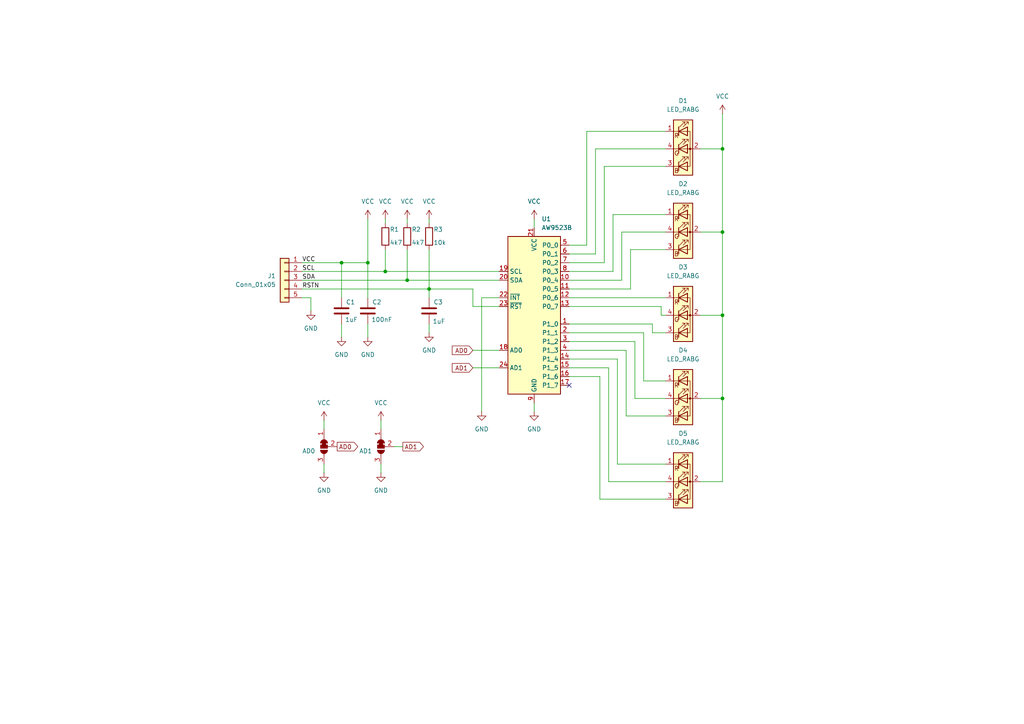
<source format=kicad_sch>
(kicad_sch (version 20250114) (generator "eeschema") (generator_version "9.0")
  (paper "A4")
  (title_block (title "${TITLE}") (rev "${REVISION}") (company "${COMPANY}") (comment 1 "${AUTHOR}") (comment 2 "${AUTHOR_EMAIL}") (comment 3 "${URL}"))
  (lib_symbols
    (symbol "Connector_Generic:Conn_01x05" (pin_names (offset 1.016) (hide yes))
      (property "Reference" "J" (at 0 7.62 0))
      (property "Value" "Conn_01x05" (at 0 -7.62 0))
      (symbol "Conn_01x05_1_1"
        (rectangle (start -1.27 6.35) (end 1.27 -6.35) (stroke (width 0.254)) (fill (type background)))
        (rectangle (start -1.27 5.207) (end 0 4.953) (stroke (width 0.1524)))
        (rectangle (start -1.27 2.667) (end 0 2.413) (stroke (width 0.1524)))
        (rectangle (start -1.27 0.127) (end 0 -0.127) (stroke (width 0.1524)))
        (rectangle (start -1.27 -2.413) (end 0 -2.667) (stroke (width 0.1524)))
        (rectangle (start -1.27 -4.953) (end 0 -5.207) (stroke (width 0.1524)))
        (pin passive line (at -5.08 5.08 0) (length 3.81) (name "Pin_1") (number "1"))
        (pin passive line (at -5.08 2.54 0) (length 3.81) (name "Pin_2") (number "2"))
        (pin passive line (at -5.08 0 0) (length 3.81) (name "Pin_3") (number "3"))
        (pin passive line (at -5.08 -2.54 0) (length 3.81) (name "Pin_4") (number "4"))
        (pin passive line (at -5.08 -5.08 0) (length 3.81) (name "Pin_5") (number "5"))
      )
    )
    (symbol "Device:C" (pin_numbers (hide yes)) (pin_names (offset 0.254))
      (property "Reference" "C" (at 0.635 2.54 0))
      (property "Value" "C" (at 0.635 -2.54 0))
      (symbol "C_0_1"
        (polyline (pts (xy -2.032 0.762) (xy 2.032 0.762)) (stroke (width 0.508)))
        (polyline (pts (xy -2.032 -0.762) (xy 2.032 -0.762)) (stroke (width 0.508)))
      )
      (symbol "C_1_1"
        (pin passive line (at 0 3.81 270) (length 2.794) (name "~") (number "1"))
        (pin passive line (at 0 -3.81 90) (length 2.794) (name "~") (number "2"))
      )
    )
    (symbol "Device:LED_RABG" (pin_names (offset 0) (hide yes))
      (property "Reference" "D" (at 0 9.398 0))
      (property "Value" "LED_RABG" (at 0 -8.89 0))
      (symbol "LED_RABG_0_0"
        (text "R" (at -1.905 3.81 0) (effects (font (size 1.27 1.27))))
        (text "G" (at -1.905 -1.27 0) (effects (font (size 1.27 1.27))))
        (text "B" (at -1.905 -6.35 0) (effects (font (size 1.27 1.27))))
      )
      (symbol "LED_RABG_0_1"
        (polyline (pts (xy -1.27 6.35) (xy -1.27 3.81)) (stroke (width 0.254)))
        (polyline (pts (xy -1.27 6.35) (xy -1.27 3.81) (xy -1.27 3.81)))
        (polyline (pts (xy -1.27 5.08) (xy -2.54 5.08)))
        (polyline (pts (xy -1.27 5.08) (xy 1.27 5.08)))
        (polyline (pts (xy -1.27 1.27) (xy -1.27 -1.27)) (stroke (width 0.254)))
        (polyline (pts (xy -1.27 1.27) (xy -1.27 -1.27) (xy -1.27 -1.27)))
        (polyline (pts (xy -1.27 0) (xy -2.54 0)))
        (polyline (pts (xy -1.27 -3.81) (xy -1.27 -6.35)) (stroke (width 0.254)))
        (polyline (pts (xy -1.27 -5.08) (xy -2.54 -5.08)))
        (polyline (pts (xy -1.27 -5.08) (xy 1.27 -5.08)))
        (polyline (pts (xy -1.016 6.35) (xy 0.508 7.874) (xy -0.254 7.874) (xy 0.508 7.874) (xy 0.508 7.112)))
        (polyline (pts (xy -1.016 1.27) (xy 0.508 2.794) (xy -0.254 2.794) (xy 0.508 2.794) (xy 0.508 2.032)))
        (polyline (pts (xy -1.016 -3.81) (xy 0.508 -2.286) (xy -0.254 -2.286) (xy 0.508 -2.286) (xy 0.508 -3.048)))
        (polyline (pts (xy 0 6.35) (xy 1.524 7.874) (xy 0.762 7.874) (xy 1.524 7.874) (xy 1.524 7.112)))
        (polyline (pts (xy 0 1.27) (xy 1.524 2.794) (xy 0.762 2.794) (xy 1.524 2.794) (xy 1.524 2.032)))
        (polyline (pts (xy 0 -3.81) (xy 1.524 -2.286) (xy 0.762 -2.286) (xy 1.524 -2.286) (xy 1.524 -3.048)))
        (polyline (pts (xy 1.27 6.35) (xy 1.27 3.81) (xy -1.27 5.08) (xy 1.27 6.35)) (stroke (width 0.254)))
        (rectangle (start 1.27 6.35) (end 1.27 6.35))
        (rectangle (start 1.27 3.81) (end 1.27 6.35))
        (polyline (pts (xy 1.27 1.27) (xy 1.27 -1.27) (xy -1.27 0) (xy 1.27 1.27)) (stroke (width 0.254)))
        (rectangle (start 1.27 1.27) (end 1.27 1.27))
        (polyline (pts (xy 1.27 0) (xy -1.27 0)))
        (polyline (pts (xy 1.27 0) (xy 2.54 0)))
        (rectangle (start 1.27 -1.27) (end 1.27 1.27))
        (polyline (pts (xy 1.27 -3.81) (xy 1.27 -6.35) (xy -1.27 -5.08) (xy 1.27 -3.81)) (stroke (width 0.254)))
        (polyline (pts (xy 1.27 -5.08) (xy 2.032 -5.08) (xy 2.032 5.08) (xy 1.27 5.08)))
        (circle (center 2.032 0) (radius 0.254) (fill (type outline)))
        (rectangle (start 2.794 8.382) (end -2.794 -7.62) (stroke (width 0.254)) (fill (type background)))
      )
      (symbol "LED_RABG_1_1"
        (pin passive line (at -5.08 5.08 0) (length 2.54) (name "RK") (number "1"))
        (pin passive line (at -5.08 0 0) (length 2.54) (name "GK") (number "4"))
        (pin passive line (at -5.08 -5.08 0) (length 2.54) (name "BK") (number "3"))
        (pin passive line (at 5.08 0 180) (length 2.54) (name "A") (number "2"))
      )
    )
    (symbol "Device:R" (pin_numbers (hide yes)) (pin_names (offset 0))
      (property "Reference" "R" (at 2.032 0 90))
      (property "Value" "R" (at 0 0 90))
      (symbol "R_0_1"
        (rectangle (start -1.016 -2.54) (end 1.016 2.54) (stroke (width 0.254)))
      )
      (symbol "R_1_1"
        (pin passive line (at 0 3.81 270) (length 1.27) (name "~") (number "1"))
        (pin passive line (at 0 -3.81 90) (length 1.27) (name "~") (number "2"))
      )
    )
    (symbol "Interface_Expansion:AW9523B"
      (property "Reference" "U" (at -5.08 26.67 0))
      (property "Value" "AW9523B" (at 6.35 26.67 0))
      (symbol "AW9523B_1_1"
        (rectangle (start -7.62 22.86) (end 7.62 -22.86) (stroke (width 0.254)) (fill (type background)))
        (pin input line (at -10.16 12.7 0) (length 2.54) (name "SCL") (number "19"))
        (pin bidirectional line (at -10.16 10.16 0) (length 2.54) (name "SDA") (number "20"))
        (pin open_collector line (at -10.16 5.08 0) (length 2.54) (name "~{INT}") (number "22"))
        (pin input line (at -10.16 2.54 0) (length 2.54) (name "~{RST}") (number "23"))
        (pin input line (at -10.16 -10.16 0) (length 2.54) (name "AD0") (number "18"))
        (pin input line (at -10.16 -15.24 0) (length 2.54) (name "AD1") (number "24"))
        (pin power_in line (at 0 25.4 270) (length 2.54) (name "VCC") (number "21"))
        (pin passive line (at 0 -25.4 90) (length 2.54) (hide yes) (name "GND") (number "25"))
        (pin power_in line (at 0 -25.4 90) (length 2.54) (name "GND") (number "9"))
        (pin bidirectional line (at 10.16 20.32 180) (length 2.54) (name "P0_0") (number "5"))
        (pin bidirectional line (at 10.16 17.78 180) (length 2.54) (name "P0_1") (number "6"))
        (pin bidirectional line (at 10.16 15.24 180) (length 2.54) (name "P0_2") (number "7"))
        (pin bidirectional line (at 10.16 12.7 180) (length 2.54) (name "P0_3") (number "8"))
        (pin bidirectional line (at 10.16 10.16 180) (length 2.54) (name "P0_4") (number "10"))
        (pin bidirectional line (at 10.16 7.62 180) (length 2.54) (name "P0_5") (number "11"))
        (pin bidirectional line (at 10.16 5.08 180) (length 2.54) (name "P0_6") (number "12"))
        (pin bidirectional line (at 10.16 2.54 180) (length 2.54) (name "P0_7") (number "13"))
        (pin bidirectional line (at 10.16 -2.54 180) (length 2.54) (name "P1_0") (number "1"))
        (pin bidirectional line (at 10.16 -5.08 180) (length 2.54) (name "P1_1") (number "2"))
        (pin bidirectional line (at 10.16 -7.62 180) (length 2.54) (name "P1_2") (number "3"))
        (pin bidirectional line (at 10.16 -10.16 180) (length 2.54) (name "P1_3") (number "4"))
        (pin bidirectional line (at 10.16 -12.7 180) (length 2.54) (name "P1_4") (number "14"))
        (pin bidirectional line (at 10.16 -15.24 180) (length 2.54) (name "P1_5") (number "15"))
        (pin bidirectional line (at 10.16 -17.78 180) (length 2.54) (name "P1_6") (number "16"))
        (pin bidirectional line (at 10.16 -20.32 180) (length 2.54) (name "P1_7") (number "17"))
      )
    )
    (symbol "Jumper:SolderJumper_3_Bridged12" (pin_names (offset 0) (hide yes)) (in_bom no)
      (property "Reference" "JP" (at -2.54 -2.54 0))
      (property "Value" "SolderJumper_3_Bridged12" (at 0 2.794 0))
      (symbol "SolderJumper_3_Bridged12_0_1"
        (polyline (pts (xy -2.54 0) (xy -2.032 0)))
        (polyline (pts (xy -1.016 1.016) (xy -1.016 -1.016)))
        (rectangle (start -1.016 0.508) (end -0.508 -0.508) (fill (type outline)))
        (arc (start -1.016 -1.016) (mid -2.0276 0) (end -1.016 1.016))
        (arc (start -1.016 -1.016) (mid -2.0276 0) (end -1.016 1.016) (fill (type outline)))
        (rectangle (start -0.508 1.016) (end 0.508 -1.016) (fill (type outline)))
        (polyline (pts (xy 0 -1.27) (xy 0 -1.016)))
        (arc (start 1.016 1.016) (mid 2.0276 0) (end 1.016 -1.016))
        (arc (start 1.016 1.016) (mid 2.0276 0) (end 1.016 -1.016) (fill (type outline)))
        (polyline (pts (xy 1.016 1.016) (xy 1.016 -1.016)))
        (polyline (pts (xy 2.54 0) (xy 2.032 0)))
      )
      (symbol "SolderJumper_3_Bridged12_1_1"
        (pin passive line (at -5.08 0 0) (length 2.54) (name "A") (number "1"))
        (pin passive line (at 0 -3.81 90) (length 2.54) (name "C") (number "2"))
        (pin passive line (at 5.08 0 180) (length 2.54) (name "B") (number "3"))
      )
    )
    (symbol "power:GND" (power) (pin_numbers (hide yes)) (pin_names (offset 0) (hide yes))
      (property "Value" "GND" (at 0 -3.81 0))
      (symbol "GND_0_1"
        (polyline (pts (xy 0 0) (xy 0 -1.27) (xy 1.27 -1.27) (xy 0 -2.54) (xy -1.27 -1.27) (xy 0 -1.27)))
      )
      (symbol "GND_1_1"
        (pin power_in line (at 0 0 270) (length 0) (name "~") (number "1"))
      )
    )
    (symbol "power:VCC" (power) (pin_numbers (hide yes)) (pin_names (offset 0) (hide yes))
      (property "Value" "VCC" (at 0 3.556 0))
      (symbol "VCC_0_1"
        (polyline (pts (xy -0.762 1.27) (xy 0 2.54)))
        (polyline (pts (xy 0 2.54) (xy 0.762 1.27)))
        (polyline (pts (xy 0 0) (xy 0 2.54)))
      )
      (symbol "VCC_1_1"
        (pin power_in line (at 0 0 90) (length 0) (name "~") (number "1"))
      )
    )
  )
  (junction (at 209.55 43.18))
  (junction (at 209.55 91.44))
  (junction (at 209.55 67.31))
  (junction (at 111.76 78.74))
  (junction (at 209.55 115.57))
  (junction (at 106.68 76.2))
  (junction (at 99.06 76.2))
  (junction (at 124.46 83.82))
  (junction (at 118.11 81.28))
  (no_connect (at 165.1 111.76))
  (wire (pts (xy 193.04 139.7) (xy 176.53 139.7)))
  (wire (pts (xy 99.06 93.98) (xy 99.06 97.79)))
  (wire (pts (xy 170.18 71.12) (xy 170.18 38.1)))
  (wire (pts (xy 186.69 110.49) (xy 186.69 96.52)))
  (wire (pts (xy 118.11 63.5) (xy 118.11 64.77)))
  (wire (pts (xy 99.06 76.2) (xy 99.06 86.36)))
  (wire (pts (xy 193.04 144.78) (xy 173.99 144.78)))
  (wire (pts (xy 193.04 110.49) (xy 186.69 110.49)))
  (wire (pts (xy 116.84 129.54) (xy 114.3 129.54)))
  (wire (pts (xy 111.76 78.74) (xy 144.78 78.74)))
  (wire (pts (xy 184.15 99.06) (xy 165.1 99.06)))
  (wire (pts (xy 165.1 88.9) (xy 191.77 88.9)))
  (wire (pts (xy 203.2 67.31) (xy 209.55 67.31)))
  (wire (pts (xy 165.1 86.36) (xy 193.04 86.36)))
  (wire (pts (xy 93.98 121.92) (xy 93.98 124.46)))
  (wire (pts (xy 165.1 93.98) (xy 189.23 93.98)))
  (wire (pts (xy 87.63 76.2) (xy 99.06 76.2)))
  (wire (pts (xy 209.55 115.57) (xy 209.55 139.7)))
  (wire (pts (xy 99.06 76.2) (xy 106.68 76.2)))
  (wire (pts (xy 203.2 43.18) (xy 209.55 43.18)))
  (wire (pts (xy 191.77 91.44) (xy 193.04 91.44)))
  (wire (pts (xy 179.07 104.14) (xy 165.1 104.14)))
  (wire (pts (xy 175.26 48.26) (xy 193.04 48.26)))
  (wire (pts (xy 87.63 81.28) (xy 118.11 81.28)))
  (wire (pts (xy 209.55 33.02) (xy 209.55 43.18)))
  (wire (pts (xy 203.2 91.44) (xy 209.55 91.44)))
  (wire (pts (xy 93.98 137.16) (xy 93.98 134.62)))
  (wire (pts (xy 124.46 63.5) (xy 124.46 64.77)))
  (wire (pts (xy 193.04 120.65) (xy 181.61 120.65)))
  (wire (pts (xy 106.68 63.5) (xy 106.68 76.2)))
  (wire (pts (xy 165.1 81.28) (xy 180.34 81.28)))
  (wire (pts (xy 90.17 86.36) (xy 90.17 90.17)))
  (wire (pts (xy 87.63 83.82) (xy 124.46 83.82)))
  (wire (pts (xy 172.72 43.18) (xy 193.04 43.18)))
  (wire (pts (xy 177.8 78.74) (xy 177.8 62.23)))
  (wire (pts (xy 182.88 72.39) (xy 193.04 72.39)))
  (wire (pts (xy 165.1 78.74) (xy 177.8 78.74)))
  (wire (pts (xy 87.63 78.74) (xy 111.76 78.74)))
  (wire (pts (xy 172.72 73.66) (xy 172.72 43.18)))
  (wire (pts (xy 179.07 134.62) (xy 179.07 104.14)))
  (wire (pts (xy 154.94 63.5) (xy 154.94 66.04)))
  (wire (pts (xy 118.11 72.39) (xy 118.11 81.28)))
  (wire (pts (xy 180.34 67.31) (xy 193.04 67.31)))
  (wire (pts (xy 124.46 83.82) (xy 137.16 83.82)))
  (wire (pts (xy 137.16 88.9) (xy 144.78 88.9)))
  (wire (pts (xy 124.46 93.98) (xy 124.46 96.52)))
  (wire (pts (xy 173.99 109.22) (xy 165.1 109.22)))
  (wire (pts (xy 175.26 76.2) (xy 175.26 48.26)))
  (wire (pts (xy 137.16 106.68) (xy 144.78 106.68)))
  (wire (pts (xy 170.18 38.1) (xy 193.04 38.1)))
  (wire (pts (xy 191.77 88.9) (xy 191.77 91.44)))
  (wire (pts (xy 137.16 83.82) (xy 137.16 88.9)))
  (wire (pts (xy 182.88 83.82) (xy 182.88 72.39)))
  (wire (pts (xy 154.94 116.84) (xy 154.94 119.38)))
  (wire (pts (xy 118.11 81.28) (xy 144.78 81.28)))
  (wire (pts (xy 110.49 121.92) (xy 110.49 124.46)))
  (wire (pts (xy 193.04 134.62) (xy 179.07 134.62)))
  (wire (pts (xy 165.1 73.66) (xy 172.72 73.66)))
  (wire (pts (xy 193.04 115.57) (xy 184.15 115.57)))
  (wire (pts (xy 176.53 106.68) (xy 165.1 106.68)))
  (wire (pts (xy 181.61 101.6) (xy 165.1 101.6)))
  (wire (pts (xy 165.1 83.82) (xy 182.88 83.82)))
  (wire (pts (xy 106.68 97.79) (xy 106.68 93.98)))
  (wire (pts (xy 87.63 86.36) (xy 90.17 86.36)))
  (wire (pts (xy 139.7 119.38) (xy 139.7 86.36)))
  (wire (pts (xy 209.55 139.7) (xy 203.2 139.7)))
  (wire (pts (xy 124.46 83.82) (xy 124.46 86.36)))
  (wire (pts (xy 106.68 76.2) (xy 106.68 86.36)))
  (wire (pts (xy 124.46 72.39) (xy 124.46 83.82)))
  (wire (pts (xy 111.76 63.5) (xy 111.76 64.77)))
  (wire (pts (xy 137.16 101.6) (xy 144.78 101.6)))
  (wire (pts (xy 165.1 71.12) (xy 170.18 71.12)))
  (wire (pts (xy 139.7 86.36) (xy 144.78 86.36)))
  (wire (pts (xy 203.2 115.57) (xy 209.55 115.57)))
  (wire (pts (xy 209.55 43.18) (xy 209.55 67.31)))
  (wire (pts (xy 181.61 120.65) (xy 181.61 101.6)))
  (wire (pts (xy 111.76 72.39) (xy 111.76 78.74)))
  (wire (pts (xy 165.1 76.2) (xy 175.26 76.2)))
  (wire (pts (xy 209.55 91.44) (xy 209.55 115.57)))
  (wire (pts (xy 189.23 93.98) (xy 189.23 96.52)))
  (wire (pts (xy 189.23 96.52) (xy 193.04 96.52)))
  (wire (pts (xy 186.69 96.52) (xy 165.1 96.52)))
  (wire (pts (xy 209.55 67.31) (xy 209.55 91.44)))
  (wire (pts (xy 177.8 62.23) (xy 193.04 62.23)))
  (wire (pts (xy 184.15 115.57) (xy 184.15 99.06)))
  (wire (pts (xy 173.99 144.78) (xy 173.99 109.22)))
  (wire (pts (xy 176.53 139.7) (xy 176.53 106.68)))
  (wire (pts (xy 180.34 81.28) (xy 180.34 67.31)))
  (wire (pts (xy 110.49 137.16) (xy 110.49 134.62)))
  (label "SCL" (at 87.63 78.74 0))
  (label "SDA" (at 87.63 81.28 0))
  (label "RSTN" (at 87.63 83.82 0))
  (label "VCC" (at 87.63 76.2 0))
  (global_label "AD1" (shape output) (at 116.84 129.54 0) (property "Intersheetrefs" "${INTERSHEET_REFS}" (effects (hide yes))))
  (global_label "AD0" (shape output) (at 97.79 129.54 0) (property "Intersheetrefs" "${INTERSHEET_REFS}" (effects (hide yes))))
  (global_label "AD1" (shape input) (at 137.16 106.68 180) (property "Intersheetrefs" "${INTERSHEET_REFS}" (effects (hide yes))))
  (global_label "AD0" (shape input) (at 137.16 101.6 180) (property "Intersheetrefs" "${INTERSHEET_REFS}" (effects (hide yes))))
  (symbol (lib_id "Device:LED_RABG") (at 198.12 43.18 0) (unit 1)
    (property "Reference" "D1" (at 198.12 29.21 0))
    (property "Value" "LED_RABG" (at 198.12 31.75 0))
    (property "Footprint" "i2c_led:RGB" (effects (hide yes)))
    (property "Datasheet" "https://lcsc.com/datasheet/lcsc_datasheet_2504301112_XINGLIGHT-XL-1615RGBC-RF_C965840.pdf" (effects (hide yes)))
    (property "Description" "RGB LED, red/anode/blue/green" (effects (hide yes)))
    (property "LCSC" "C965840" (effects (hide yes)))
  )
  (symbol (lib_id "Device:C") (at 106.68 90.17 0) (unit 1)
    (property "Reference" "C2" (at 107.95 87.63 0) (effects (justify left)))
    (property "Value" "100nF" (at 107.696 92.71 0) (effects (justify left)))
    (property "Footprint" "Capacitor_SMD:C_0603_1608Metric" (effects (hide yes)))
    (property "Description" "Unpolarized capacitor" (effects (hide yes)))
    (property "LCSC" "C14663" (effects (hide yes)))
  )
  (symbol (lib_id "Device:C") (at 124.46 90.17 0) (unit 1)
    (property "Reference" "C3" (at 125.73 87.63 0) (effects (justify left)))
    (property "Value" "1uF" (at 125.476 93.218 0) (effects (justify left)))
    (property "Footprint" "Capacitor_SMD:C_0603_1608Metric" (effects (hide yes)))
    (property "Description" "Unpolarized capacitor" (effects (hide yes)))
    (property "LCSC" "C15849" (effects (hide yes)))
  )
  (symbol (lib_id "power:GND") (at 106.68 97.79 0) (unit 1)
    (property "Reference" "#PWR04" (effects (hide yes)))
    (property "Value" "GND" (at 106.68 102.87 0))
    (property "Description" "Power symbol creates a global label with name \"GND\" , ground" (effects (hide yes)))
  )
  (symbol (lib_id "Device:LED_RABG") (at 198.12 91.44 0) (unit 1)
    (property "Reference" "D3" (at 198.12 77.47 0))
    (property "Value" "LED_RABG" (at 198.12 80.01 0))
    (property "Footprint" "i2c_led:RGB" (effects (hide yes)))
    (property "Datasheet" "https://lcsc.com/datasheet/lcsc_datasheet_2504301112_XINGLIGHT-XL-1615RGBC-RF_C965840.pdf" (effects (hide yes)))
    (property "Description" "RGB LED, red/anode/blue/green" (effects (hide yes)))
    (property "LCSC" "C965840" (effects (hide yes)))
  )
  (symbol (lib_id "power:GND") (at 110.49 137.16 0) (unit 1)
    (property "Reference" "#PWR017" (effects (hide yes)))
    (property "Value" "GND" (at 110.49 142.24 0))
    (property "Description" "Power symbol creates a global label with name \"GND\" , ground" (effects (hide yes)))
  )
  (symbol (lib_id "Device:R") (at 118.11 68.58 0) (unit 1)
    (property "Reference" "R2" (at 119.38 66.548 0) (effects (justify left)))
    (property "Value" "4k7" (at 119.38 70.358 0) (effects (justify left)))
    (property "Footprint" "Resistor_SMD:R_0603_1608Metric" (effects (hide yes)))
    (property "Description" "Resistor" (effects (hide yes)))
    (property "LCSC" "C23162" (effects (hide yes)))
  )
  (symbol (lib_id "power:GND") (at 124.46 96.52 0) (unit 1)
    (property "Reference" "#PWR08" (effects (hide yes)))
    (property "Value" "GND" (at 124.46 101.6 0))
    (property "Description" "Power symbol creates a global label with name \"GND\" , ground" (effects (hide yes)))
  )
  (symbol (lib_id "power:VCC") (at 124.46 63.5 0) (unit 1)
    (property "Reference" "#PWR07" (effects (hide yes)))
    (property "Value" "VCC" (at 124.46 58.42 0))
    (property "Description" "Power symbol creates a global label with name \"VCC\"" (effects (hide yes)))
  )
  (symbol (lib_id "power:VCC") (at 209.55 33.02 0) (unit 1)
    (property "Reference" "#PWR013" (effects (hide yes)))
    (property "Value" "VCC" (at 209.55 27.94 0))
    (property "Description" "Power symbol creates a global label with name \"VCC\"" (effects (hide yes)))
  )
  (symbol (lib_id "Device:C") (at 99.06 90.17 0) (unit 1)
    (property "Reference" "C1" (at 100.33 87.63 0) (effects (justify left)))
    (property "Value" "1uF" (at 100.076 92.71 0) (effects (justify left)))
    (property "Footprint" "Capacitor_SMD:C_0603_1608Metric" (effects (hide yes)))
    (property "Description" "Unpolarized capacitor" (effects (hide yes)))
    (property "LCSC" "C15849" (effects (hide yes)))
  )
  (symbol (lib_id "Interface_Expansion:AW9523B") (at 154.94 91.44 0) (unit 1)
    (property "Reference" "U1" (at 157.0833 63.5 0) (effects (justify left)))
    (property "Value" "AW9523B" (at 157.0833 66.04 0) (effects (justify left)))
    (property "Footprint" "Package_DFN_QFN:QFN-24-1EP_4x4mm_P0.5mm_EP2.7x2.7mm" (effects (hide yes)))
    (property "Datasheet" "https://cdn-shop.adafruit.com/product-files/4886/AW9523+English+Datasheet.pdf" (effects (hide yes)))
    (property "Description" "16 multi-function led driver and gpio controller with i2c interface" (effects (hide yes)))
    (property "LCSC" "C148077" (effects (hide yes)))
  )
  (symbol (lib_id "power:VCC") (at 110.49 121.92 0) (unit 1)
    (property "Reference" "#PWR016" (effects (hide yes)))
    (property "Value" "VCC" (at 110.49 116.84 0))
    (property "Description" "Power symbol creates a global label with name \"VCC\"" (effects (hide yes)))
  )
  (symbol (lib_id "power:VCC") (at 106.68 63.5 0) (unit 1)
    (property "Reference" "#PWR03" (effects (hide yes)))
    (property "Value" "VCC" (at 106.68 58.42 0))
    (property "Description" "Power symbol creates a global label with name \"VCC\"" (effects (hide yes)))
  )
  (symbol (lib_id "power:VCC") (at 154.94 63.5 0) (unit 1)
    (property "Reference" "#PWR011" (effects (hide yes)))
    (property "Value" "VCC" (at 154.94 58.42 0))
    (property "Description" "Power symbol creates a global label with name \"VCC\"" (effects (hide yes)))
  )
  (symbol (lib_id "Device:LED_RABG") (at 198.12 67.31 0) (unit 1)
    (property "Reference" "D2" (at 198.12 53.34 0))
    (property "Value" "LED_RABG" (at 198.12 55.88 0))
    (property "Footprint" "i2c_led:RGB" (effects (hide yes)))
    (property "Datasheet" "https://lcsc.com/datasheet/lcsc_datasheet_2504301112_XINGLIGHT-XL-1615RGBC-RF_C965840.pdf" (effects (hide yes)))
    (property "Description" "RGB LED, red/anode/blue/green" (effects (hide yes)))
    (property "LCSC" "C965840" (effects (hide yes)))
  )
  (symbol (lib_id "Device:LED_RABG") (at 198.12 115.57 0) (unit 1)
    (property "Reference" "D4" (at 198.12 101.6 0))
    (property "Value" "LED_RABG" (at 198.12 104.14 0))
    (property "Footprint" "i2c_led:RGB" (effects (hide yes)))
    (property "Datasheet" "https://lcsc.com/datasheet/lcsc_datasheet_2504301112_XINGLIGHT-XL-1615RGBC-RF_C965840.pdf" (effects (hide yes)))
    (property "Description" "RGB LED, red/anode/blue/green" (effects (hide yes)))
    (property "LCSC" "C965840" (effects (hide yes)))
  )
  (symbol (lib_id "power:VCC") (at 111.76 63.5 0) (unit 1)
    (property "Reference" "#PWR05" (effects (hide yes)))
    (property "Value" "VCC" (at 111.76 58.42 0))
    (property "Description" "Power symbol creates a global label with name \"VCC\"" (effects (hide yes)))
  )
  (symbol (lib_id "Connector_Generic:Conn_01x05") (at 82.55 81.28 0) (mirror y) (unit 1) (in_bom no)
    (property "Reference" "J1" (at 80.01 80.0099 0) (effects (justify left)))
    (property "Value" "Conn_01x05" (at 80.01 82.5499 0) (effects (justify left)))
    (property "Footprint" "Connector_PinHeader_2.54mm:PinHeader_1x05_P2.54mm_Vertical" (effects (hide yes)))
    (property "Description" "Generic connector, single row, 01x05, script generated (kicad-library-utils/schlib/autogen/connector/)" (effects (hide yes)))
  )
  (symbol (lib_id "power:GND") (at 90.17 90.17 0) (unit 1)
    (property "Reference" "#PWR01" (effects (hide yes)))
    (property "Value" "GND" (at 90.17 95.25 0))
    (property "Description" "Power symbol creates a global label with name \"GND\" , ground" (effects (hide yes)))
  )
  (symbol (lib_id "power:GND") (at 99.06 97.79 0) (unit 1)
    (property "Reference" "#PWR02" (effects (hide yes)))
    (property "Value" "GND" (at 99.06 102.87 0))
    (property "Description" "Power symbol creates a global label with name \"GND\" , ground" (effects (hide yes)))
  )
  (symbol (lib_id "power:VCC") (at 93.98 121.92 0) (unit 1)
    (property "Reference" "#PWR015" (effects (hide yes)))
    (property "Value" "VCC" (at 93.98 116.84 0))
    (property "Description" "Power symbol creates a global label with name \"VCC\"" (effects (hide yes)))
  )
  (symbol (lib_id "Jumper:SolderJumper_3_Bridged12") (at 110.49 129.54 90) (mirror x) (unit 1) (in_bom no)
    (property "Reference" "AD1" (at 107.95 130.8101 90) (effects (justify left)))
    (property "Value" "SolderJumper_3_Bridged12" (effects (hide yes)))
    (property "Footprint" "Jumper:SolderJumper-3_P1.3mm_Bridged2Bar12_RoundedPad1.0x1.5mm" (effects (hide yes)))
    (property "Description" "3-pole Solder Jumper, pins 1+2 closed/bridged" (effects (hide yes)))
  )
  (symbol (lib_id "power:GND") (at 154.94 119.38 0) (unit 1)
    (property "Reference" "#PWR012" (effects (hide yes)))
    (property "Value" "GND" (at 154.94 124.46 0))
    (property "Description" "Power symbol creates a global label with name \"GND\" , ground" (effects (hide yes)))
  )
  (symbol (lib_id "power:GND") (at 93.98 137.16 0) (unit 1)
    (property "Reference" "#PWR014" (effects (hide yes)))
    (property "Value" "GND" (at 93.98 142.24 0))
    (property "Description" "Power symbol creates a global label with name \"GND\" , ground" (effects (hide yes)))
  )
  (symbol (lib_id "power:GND") (at 139.7 119.38 0) (unit 1)
    (property "Reference" "#PWR010" (effects (hide yes)))
    (property "Value" "GND" (at 139.7 124.46 0))
    (property "Description" "Power symbol creates a global label with name \"GND\" , ground" (effects (hide yes)))
  )
  (symbol (lib_id "Device:R") (at 111.76 68.58 0) (unit 1)
    (property "Reference" "R1" (at 113.03 66.548 0) (effects (justify left)))
    (property "Value" "4k7" (at 113.03 70.358 0) (effects (justify left)))
    (property "Footprint" "Resistor_SMD:R_0603_1608Metric" (effects (hide yes)))
    (property "Description" "Resistor" (effects (hide yes)))
    (property "LCSC" "C23162" (effects (hide yes)))
  )
  (symbol (lib_id "power:VCC") (at 118.11 63.5 0) (unit 1)
    (property "Reference" "#PWR06" (effects (hide yes)))
    (property "Value" "VCC" (at 118.11 58.42 0))
    (property "Description" "Power symbol creates a global label with name \"VCC\"" (effects (hide yes)))
  )
  (symbol (lib_id "Jumper:SolderJumper_3_Bridged12") (at 93.98 129.54 90) (mirror x) (unit 1) (in_bom no)
    (property "Reference" "AD0" (at 91.44 130.8101 90) (effects (justify left)))
    (property "Value" "SolderJumper_3_Bridged12" (effects (hide yes)))
    (property "Footprint" "Jumper:SolderJumper-3_P1.3mm_Bridged2Bar12_RoundedPad1.0x1.5mm" (effects (hide yes)))
    (property "Description" "3-pole Solder Jumper, pins 1+2 closed/bridged" (effects (hide yes)))
  )
  (symbol (lib_id "Device:LED_RABG") (at 198.12 139.7 0) (unit 1)
    (property "Reference" "D5" (at 198.12 125.73 0))
    (property "Value" "LED_RABG" (at 198.12 128.27 0))
    (property "Footprint" "i2c_led:RGB" (effects (hide yes)))
    (property "Datasheet" "https://lcsc.com/datasheet/lcsc_datasheet_2504301112_XINGLIGHT-XL-1615RGBC-RF_C965840.pdf" (effects (hide yes)))
    (property "Description" "RGB LED, red/anode/blue/green" (effects (hide yes)))
    (property "LCSC" "C965840" (effects (hide yes)))
  )
  (symbol (lib_id "Device:R") (at 124.46 68.58 0) (unit 1)
    (property "Reference" "R3" (at 125.73 66.548 0) (effects (justify left)))
    (property "Value" "10k" (at 125.73 70.358 0) (effects (justify left)))
    (property "Footprint" "Resistor_SMD:R_0603_1608Metric" (effects (hide yes)))
    (property "Description" "Resistor" (effects (hide yes)))
    (property "LCSC" "C25804" (effects (hide yes)))
  )
)
</source>
